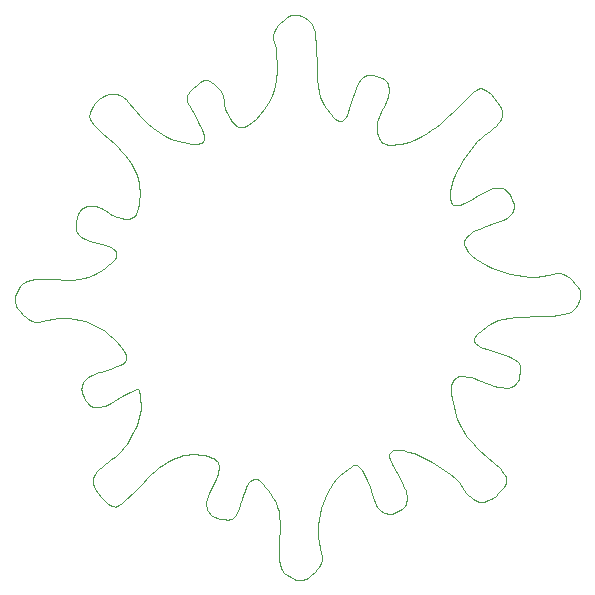
<source format=gbr>
G04 #@! TF.GenerationSoftware,KiCad,Pcbnew,5.1.5*
G04 #@! TF.CreationDate,2020-03-10T18:03:46+01:00*
G04 #@! TF.ProjectId,v,762e6b69-6361-4645-9f70-636258585858,rev?*
G04 #@! TF.SameCoordinates,Original*
G04 #@! TF.FileFunction,Profile,NP*
%FSLAX46Y46*%
G04 Gerber Fmt 4.6, Leading zero omitted, Abs format (unit mm)*
G04 Created by KiCad (PCBNEW 5.1.5) date 2020-03-10 18:03:46*
%MOMM*%
%LPD*%
G04 APERTURE LIST*
%ADD10C,0.100000*%
G04 APERTURE END LIST*
D10*
X112657732Y-125716555D02*
X112456757Y-125548001D01*
X112456757Y-125548001D02*
X112299268Y-125357097D01*
X112299268Y-125357097D02*
X112181469Y-125124639D01*
X112181469Y-125124639D02*
X112099569Y-124831419D01*
X112099569Y-124831419D02*
X112049759Y-124458232D01*
X112049759Y-124458232D02*
X112028259Y-123985872D01*
X112028259Y-123985872D02*
X112031259Y-123395133D01*
X112031259Y-123395133D02*
X112054969Y-122666809D01*
X112054969Y-122666809D02*
X112077579Y-121929902D01*
X112077579Y-121929902D02*
X112076279Y-121316153D01*
X112076279Y-121316153D02*
X112046179Y-120801073D01*
X112046179Y-120801073D02*
X111982399Y-120360177D01*
X111982399Y-120360177D02*
X111880039Y-119968978D01*
X111880039Y-119968978D02*
X111734214Y-119602988D01*
X111734214Y-119602988D02*
X111540034Y-119237722D01*
X111540034Y-119237722D02*
X111292611Y-118848692D01*
X111292611Y-118848692D02*
X111076774Y-118541094D01*
X111076774Y-118541094D02*
X110873089Y-118277730D01*
X110873089Y-118277730D02*
X110680809Y-118058745D01*
X110680809Y-118058745D02*
X110499187Y-117884282D01*
X110499187Y-117884282D02*
X110327478Y-117754488D01*
X110327478Y-117754488D02*
X110164934Y-117669508D01*
X110164934Y-117669508D02*
X110010809Y-117629488D01*
X110010809Y-117629488D02*
X109864356Y-117634588D01*
X109864356Y-117634588D02*
X109724827Y-117684908D01*
X109724827Y-117684908D02*
X109591478Y-117780618D01*
X109591478Y-117780618D02*
X109463560Y-117921867D01*
X109463560Y-117921867D02*
X109340327Y-118108797D01*
X109340327Y-118108797D02*
X109221033Y-118341552D01*
X109221033Y-118341552D02*
X109104931Y-118620276D01*
X109104931Y-118620276D02*
X108991274Y-118945114D01*
X108991274Y-118945114D02*
X108879315Y-119316211D01*
X108879315Y-119316211D02*
X108745003Y-119760440D01*
X108745003Y-119760440D02*
X108612422Y-120132110D01*
X108612422Y-120132110D02*
X108478803Y-120435331D01*
X108478803Y-120435331D02*
X108341378Y-120674209D01*
X108341378Y-120674209D02*
X108197378Y-120852852D01*
X108197378Y-120852852D02*
X108044034Y-120975369D01*
X108044034Y-120975369D02*
X107878577Y-121045869D01*
X107878577Y-121045869D02*
X107698239Y-121068459D01*
X107698239Y-121068459D02*
X107365463Y-121055509D01*
X107365463Y-121055509D02*
X107065059Y-121017049D01*
X107065059Y-121017049D02*
X106797278Y-120953649D01*
X106797278Y-120953649D02*
X106562369Y-120865869D01*
X106562369Y-120865869D02*
X106360583Y-120754276D01*
X106360583Y-120754276D02*
X106192167Y-120619438D01*
X106192167Y-120619438D02*
X106057373Y-120461921D01*
X106057373Y-120461921D02*
X105956450Y-120282294D01*
X105956450Y-120282294D02*
X105889650Y-120081123D01*
X105889650Y-120081123D02*
X105857220Y-119858975D01*
X105857220Y-119858975D02*
X105859420Y-119616416D01*
X105859420Y-119616416D02*
X105896480Y-119354014D01*
X105896480Y-119354014D02*
X105968660Y-119072336D01*
X105968660Y-119072336D02*
X106076206Y-118771948D01*
X106076206Y-118771948D02*
X106219371Y-118453418D01*
X106219371Y-118453418D02*
X106398405Y-118117312D01*
X106398405Y-118117312D02*
X106653534Y-117624529D01*
X106653534Y-117624529D02*
X106748924Y-117399283D01*
X106748924Y-117399283D02*
X106822844Y-117187948D01*
X106822844Y-117187948D02*
X106875264Y-116990383D01*
X106875264Y-116990383D02*
X106906174Y-116806449D01*
X106906174Y-116806449D02*
X106915574Y-116636005D01*
X106915574Y-116636005D02*
X106903384Y-116478910D01*
X106903384Y-116478910D02*
X106869614Y-116335025D01*
X106869614Y-116335025D02*
X106814234Y-116204210D01*
X106814234Y-116204210D02*
X106737234Y-116086325D01*
X106737234Y-116086325D02*
X106638584Y-115981229D01*
X106638584Y-115981229D02*
X106518270Y-115888779D01*
X106518270Y-115888779D02*
X106376268Y-115808839D01*
X106376268Y-115808839D02*
X106212555Y-115741269D01*
X106212555Y-115741269D02*
X106027111Y-115685929D01*
X106027111Y-115685929D02*
X105663577Y-115607479D01*
X105663577Y-115607479D02*
X105306544Y-115556659D01*
X105306544Y-115556659D02*
X104955075Y-115533859D01*
X104955075Y-115533859D02*
X104608235Y-115539459D01*
X104608235Y-115539459D02*
X104265088Y-115573829D01*
X104265088Y-115573829D02*
X103924697Y-115637359D01*
X103924697Y-115637359D02*
X103586128Y-115730439D01*
X103586128Y-115730439D02*
X103248443Y-115853441D01*
X103248443Y-115853441D02*
X102910708Y-116006754D01*
X102910708Y-116006754D02*
X102571986Y-116190759D01*
X102571986Y-116190759D02*
X102231341Y-116405840D01*
X102231341Y-116405840D02*
X101887837Y-116652379D01*
X101887837Y-116652379D02*
X101540539Y-116930761D01*
X101540539Y-116930761D02*
X101188510Y-117241366D01*
X101188510Y-117241366D02*
X100830815Y-117584580D01*
X100830815Y-117584580D02*
X100466518Y-117960783D01*
X100466518Y-117960783D02*
X99704799Y-118737736D01*
X99704799Y-118737736D02*
X99016194Y-119373993D01*
X99016194Y-119373993D02*
X98722951Y-119618843D01*
X98722951Y-119618843D02*
X98476356Y-119803897D01*
X98476356Y-119803897D02*
X98285821Y-119920909D01*
X98285821Y-119920909D02*
X98160892Y-119961750D01*
X98160892Y-119961750D02*
X98025585Y-119945730D01*
X98025585Y-119945730D02*
X97880527Y-119899638D01*
X97880527Y-119899638D02*
X97728267Y-119826432D01*
X97728267Y-119826432D02*
X97571356Y-119729064D01*
X97571356Y-119729064D02*
X97253779Y-119473668D01*
X97253779Y-119473668D02*
X96948196Y-119157091D01*
X96948196Y-119157091D02*
X96675009Y-118802973D01*
X96675009Y-118802973D02*
X96454618Y-118434954D01*
X96454618Y-118434954D02*
X96370596Y-118253121D01*
X96370596Y-118253121D02*
X96307423Y-118076677D01*
X96307423Y-118076677D02*
X96267649Y-117908579D01*
X96267649Y-117908579D02*
X96253824Y-117751781D01*
X96253824Y-117751781D02*
X96277926Y-117580823D01*
X96277926Y-117580823D02*
X96347835Y-117393865D01*
X96347835Y-117393865D02*
X96459954Y-117195334D01*
X96459954Y-117195334D02*
X96610687Y-116989654D01*
X96610687Y-116989654D02*
X96796436Y-116781254D01*
X96796436Y-116781254D02*
X97013605Y-116574558D01*
X97013605Y-116574558D02*
X97258597Y-116373993D01*
X97258597Y-116373993D02*
X97527814Y-116183985D01*
X97527814Y-116183985D02*
X97822330Y-115976406D01*
X97822330Y-115976406D02*
X98106075Y-115746862D01*
X98106075Y-115746862D02*
X98377915Y-115497331D01*
X98377915Y-115497331D02*
X98636713Y-115229792D01*
X98636713Y-115229792D02*
X98881334Y-114946223D01*
X98881334Y-114946223D02*
X99110641Y-114648601D01*
X99110641Y-114648601D02*
X99323500Y-114338906D01*
X99323500Y-114338906D02*
X99518775Y-114019115D01*
X99518775Y-114019115D02*
X99695329Y-113691208D01*
X99695329Y-113691208D02*
X99852028Y-113357162D01*
X99852028Y-113357162D02*
X99987735Y-113018956D01*
X99987735Y-113018956D02*
X100101315Y-112678567D01*
X100101315Y-112678567D02*
X100191635Y-112337975D01*
X100191635Y-112337975D02*
X100257555Y-111999158D01*
X100257555Y-111999158D02*
X100297935Y-111664093D01*
X100297935Y-111664093D02*
X100311645Y-111334760D01*
X100311645Y-111334760D02*
X100289815Y-110817282D01*
X100289815Y-110817282D02*
X100230375Y-110393796D01*
X100230375Y-110393796D02*
X100189385Y-110230951D01*
X100189385Y-110230951D02*
X100142395Y-110107984D01*
X100142395Y-110107984D02*
X100090545Y-110030354D01*
X100090545Y-110030354D02*
X100034965Y-110003524D01*
X100034965Y-110003524D02*
X99949685Y-110021874D01*
X99949685Y-110021874D02*
X99812691Y-110073764D01*
X99812691Y-110073764D02*
X99411998Y-110263655D01*
X99411998Y-110263655D02*
X98889732Y-110544217D01*
X98889732Y-110544217D02*
X98302731Y-110886467D01*
X98302731Y-110886467D02*
X97759373Y-111193508D01*
X97759373Y-111193508D02*
X97289870Y-111408056D01*
X97289870Y-111408056D02*
X97079931Y-111480476D01*
X97079931Y-111480476D02*
X96884996Y-111529576D01*
X96884996Y-111529576D02*
X96703911Y-111555276D01*
X96703911Y-111555276D02*
X96535523Y-111557476D01*
X96535523Y-111557476D02*
X96378679Y-111536186D01*
X96378679Y-111536186D02*
X96232225Y-111491306D01*
X96232225Y-111491306D02*
X96095016Y-111422796D01*
X96095016Y-111422796D02*
X95965882Y-111330519D01*
X95965882Y-111330519D02*
X95843678Y-111214442D01*
X95843678Y-111214442D02*
X95727251Y-111074500D01*
X95727251Y-111074500D02*
X95615447Y-110910623D01*
X95615447Y-110910623D02*
X95507113Y-110722746D01*
X95507113Y-110722746D02*
X95416693Y-110534101D01*
X95416693Y-110534101D02*
X95350625Y-110351756D01*
X95350625Y-110351756D02*
X95308829Y-110175837D01*
X95308829Y-110175837D02*
X95291224Y-110006468D01*
X95291224Y-110006468D02*
X95297724Y-109843773D01*
X95297724Y-109843773D02*
X95328257Y-109687876D01*
X95328257Y-109687876D02*
X95382737Y-109538902D01*
X95382737Y-109538902D02*
X95461083Y-109396975D01*
X95461083Y-109396975D02*
X95563215Y-109262219D01*
X95563215Y-109262219D02*
X95689051Y-109134759D01*
X95689051Y-109134759D02*
X95838510Y-109014719D01*
X95838510Y-109014719D02*
X96011511Y-108902222D01*
X96011511Y-108902222D02*
X96207973Y-108797395D01*
X96207973Y-108797395D02*
X96427815Y-108700355D01*
X96427815Y-108700355D02*
X96670956Y-108611235D01*
X96670956Y-108611235D02*
X96937314Y-108530155D01*
X96937314Y-108530155D02*
X97715679Y-108302468D01*
X97715679Y-108302468D02*
X98307441Y-108094640D01*
X98307441Y-108094640D02*
X98537067Y-107993474D01*
X98537067Y-107993474D02*
X98724507Y-107891635D01*
X98724507Y-107891635D02*
X98871249Y-107787242D01*
X98871249Y-107787242D02*
X98978782Y-107678416D01*
X98978782Y-107678416D02*
X99048592Y-107563277D01*
X99048592Y-107563277D02*
X99082172Y-107439946D01*
X99082172Y-107439946D02*
X99080972Y-107306543D01*
X99080972Y-107306543D02*
X99046593Y-107161200D01*
X99046593Y-107161200D02*
X98980406Y-107002015D01*
X98980406Y-107002015D02*
X98883940Y-106827118D01*
X98883940Y-106827118D02*
X98606123Y-106422676D01*
X98606123Y-106422676D02*
X98306649Y-106053251D01*
X98306649Y-106053251D02*
X97980767Y-105711529D01*
X97980767Y-105711529D02*
X97630765Y-105398255D01*
X97630765Y-105398255D02*
X97258929Y-105114170D01*
X97258929Y-105114170D02*
X96867546Y-104860018D01*
X96867546Y-104860018D02*
X96458901Y-104636541D01*
X96458901Y-104636541D02*
X96035282Y-104444482D01*
X96035282Y-104444482D02*
X95598976Y-104284585D01*
X95598976Y-104284585D02*
X95152268Y-104157592D01*
X95152268Y-104157592D02*
X94697446Y-104064246D01*
X94697446Y-104064246D02*
X94236795Y-104005290D01*
X94236795Y-104005290D02*
X93772602Y-103981467D01*
X93772602Y-103981467D02*
X93307155Y-103993519D01*
X93307155Y-103993519D02*
X92842738Y-104042190D01*
X92842738Y-104042190D02*
X92381640Y-104128223D01*
X92381640Y-104128223D02*
X91926146Y-104252360D01*
X91926146Y-104252360D02*
X91720883Y-104303201D01*
X91720883Y-104303201D02*
X91522098Y-104322648D01*
X91522098Y-104322648D02*
X91328094Y-104310151D01*
X91328094Y-104310151D02*
X91137175Y-104265163D01*
X91137175Y-104265163D02*
X90947643Y-104187135D01*
X90947643Y-104187135D02*
X90757802Y-104075518D01*
X90757802Y-104075518D02*
X90565954Y-103929764D01*
X90565954Y-103929764D02*
X90370404Y-103749324D01*
X90370404Y-103749324D02*
X90075755Y-103429201D01*
X90075755Y-103429201D02*
X89858351Y-103130393D01*
X89858351Y-103130393D02*
X89778359Y-102986391D01*
X89778359Y-102986391D02*
X89717371Y-102844609D01*
X89717371Y-102844609D02*
X89675284Y-102704009D01*
X89675284Y-102704009D02*
X89651995Y-102563556D01*
X89651995Y-102563556D02*
X89647405Y-102422212D01*
X89647405Y-102422212D02*
X89661406Y-102278942D01*
X89661406Y-102278942D02*
X89693897Y-102132708D01*
X89693897Y-102132708D02*
X89744777Y-101982475D01*
X89744777Y-101982475D02*
X89901291Y-101665863D01*
X89901291Y-101665863D02*
X90130127Y-101320814D01*
X90130127Y-101320814D02*
X90298681Y-101119839D01*
X90298681Y-101119839D02*
X90489584Y-100962350D01*
X90489584Y-100962350D02*
X90722043Y-100844551D01*
X90722043Y-100844551D02*
X91015263Y-100762651D01*
X91015263Y-100762651D02*
X91388450Y-100712841D01*
X91388450Y-100712841D02*
X91860810Y-100691341D01*
X91860810Y-100691341D02*
X92451549Y-100694341D01*
X92451549Y-100694341D02*
X93179874Y-100718051D01*
X93179874Y-100718051D02*
X93916780Y-100740661D01*
X93916780Y-100740661D02*
X94530530Y-100739361D01*
X94530530Y-100739361D02*
X95045609Y-100709261D01*
X95045609Y-100709261D02*
X95486506Y-100645471D01*
X95486506Y-100645471D02*
X95877705Y-100543110D01*
X95877705Y-100543110D02*
X96243695Y-100397285D01*
X96243695Y-100397285D02*
X96608962Y-100203104D01*
X96608962Y-100203104D02*
X96997992Y-99955681D01*
X96997992Y-99955681D02*
X97304176Y-99740514D01*
X97304176Y-99740514D02*
X97566909Y-99536643D01*
X97566909Y-99536643D02*
X97786121Y-99343619D01*
X97786121Y-99343619D02*
X97961746Y-99160996D01*
X97961746Y-99160996D02*
X98093716Y-98988325D01*
X98093716Y-98988325D02*
X98181963Y-98825159D01*
X98181963Y-98825159D02*
X98226420Y-98671050D01*
X98226420Y-98671050D02*
X98227019Y-98525550D01*
X98227019Y-98525550D02*
X98183693Y-98388211D01*
X98183693Y-98388211D02*
X98096373Y-98258587D01*
X98096373Y-98258587D02*
X97964991Y-98136240D01*
X97964991Y-98136240D02*
X97789482Y-98020700D01*
X97789482Y-98020700D02*
X97569777Y-97911531D01*
X97569777Y-97911531D02*
X97305808Y-97808284D01*
X97305808Y-97808284D02*
X96997508Y-97710513D01*
X96997508Y-97710513D02*
X96644809Y-97617769D01*
X96644809Y-97617769D02*
X96048660Y-97458012D01*
X96048660Y-97458012D02*
X95581274Y-97290379D01*
X95581274Y-97290379D02*
X95392813Y-97199679D01*
X95392813Y-97199679D02*
X95232878Y-97102289D01*
X95232878Y-97102289D02*
X95100247Y-96996639D01*
X95100247Y-96996639D02*
X94993700Y-96881155D01*
X94993700Y-96881155D02*
X94912013Y-96754265D01*
X94912013Y-96754265D02*
X94853967Y-96614396D01*
X94853967Y-96614396D02*
X94818338Y-96459974D01*
X94818338Y-96459974D02*
X94803906Y-96289428D01*
X94803906Y-96289428D02*
X94809446Y-96101183D01*
X94809446Y-96101183D02*
X94833742Y-95893667D01*
X94833742Y-95893667D02*
X94933707Y-95414530D01*
X94933707Y-95414530D02*
X94994361Y-95227415D01*
X94994361Y-95227415D02*
X95076146Y-95061201D01*
X95076146Y-95061201D02*
X95177505Y-94916103D01*
X95177505Y-94916103D02*
X95296876Y-94792337D01*
X95296876Y-94792337D02*
X95432701Y-94690120D01*
X95432701Y-94690120D02*
X95583420Y-94609670D01*
X95583420Y-94609670D02*
X95747473Y-94551200D01*
X95747473Y-94551200D02*
X95923301Y-94514930D01*
X95923301Y-94514930D02*
X96109344Y-94501070D01*
X96109344Y-94501070D02*
X96304043Y-94509870D01*
X96304043Y-94509870D02*
X96505837Y-94541480D01*
X96505837Y-94541480D02*
X96713168Y-94596150D01*
X96713168Y-94596150D02*
X96924476Y-94674100D01*
X96924476Y-94674100D02*
X97138201Y-94775543D01*
X97138201Y-94775543D02*
X97352784Y-94900696D01*
X97352784Y-94900696D02*
X97566665Y-95049774D01*
X97566665Y-95049774D02*
X97727108Y-95158812D01*
X97727108Y-95158812D02*
X97908876Y-95260997D01*
X97908876Y-95260997D02*
X98311294Y-95435731D01*
X98311294Y-95435731D02*
X98723739Y-95555822D01*
X98723739Y-95555822D02*
X98918040Y-95589702D01*
X98918040Y-95589702D02*
X99096028Y-95603112D01*
X99096028Y-95603112D02*
X99316705Y-95592582D01*
X99316705Y-95592582D02*
X99503165Y-95550612D01*
X99503165Y-95550612D02*
X99659760Y-95472022D01*
X99659760Y-95472022D02*
X99790841Y-95351606D01*
X99790841Y-95351606D02*
X99900757Y-95184169D01*
X99900757Y-95184169D02*
X99993857Y-94964513D01*
X99993857Y-94964513D02*
X100074497Y-94687444D01*
X100074497Y-94687444D02*
X100147027Y-94347763D01*
X100147027Y-94347763D02*
X100203107Y-93979549D01*
X100203107Y-93979549D02*
X100231887Y-93617087D01*
X100231887Y-93617087D02*
X100233087Y-93259829D01*
X100233087Y-93259829D02*
X100206517Y-92907230D01*
X100206517Y-92907230D02*
X100151897Y-92558743D01*
X100151897Y-92558743D02*
X100068977Y-92213821D01*
X100068977Y-92213821D02*
X99957526Y-91871880D01*
X99957526Y-91871880D02*
X99817247Y-91532449D01*
X99817247Y-91532449D02*
X99647916Y-91194943D01*
X99647916Y-91194943D02*
X99449283Y-90858815D01*
X99449283Y-90858815D02*
X99221098Y-90523520D01*
X99221098Y-90523520D02*
X98963112Y-90188511D01*
X98963112Y-90188511D02*
X98675073Y-89853240D01*
X98675073Y-89853240D02*
X98356733Y-89517162D01*
X98356733Y-89517162D02*
X98007840Y-89179729D01*
X98007840Y-89179729D02*
X97628146Y-88840395D01*
X97628146Y-88840395D02*
X97038648Y-88326490D01*
X97038648Y-88326490D02*
X96593094Y-87916182D01*
X96593094Y-87916182D02*
X96277591Y-87584943D01*
X96277591Y-87584943D02*
X96164268Y-87441310D01*
X96164268Y-87441310D02*
X96078250Y-87308247D01*
X96078250Y-87308247D02*
X96017799Y-87182688D01*
X96017799Y-87182688D02*
X95981180Y-87061567D01*
X95981180Y-87061567D02*
X95966655Y-86941818D01*
X95966655Y-86941818D02*
X95972490Y-86820376D01*
X95972490Y-86820376D02*
X95996946Y-86694174D01*
X95996946Y-86694174D02*
X96038289Y-86560147D01*
X96038289Y-86560147D02*
X96164688Y-86256353D01*
X96164688Y-86256353D02*
X96295300Y-86006639D01*
X96295300Y-86006639D02*
X96445999Y-85783410D01*
X96445999Y-85783410D02*
X96614306Y-85587116D01*
X96614306Y-85587116D02*
X96797738Y-85418207D01*
X96797738Y-85418207D02*
X96993818Y-85277133D01*
X96993818Y-85277133D02*
X97200063Y-85164346D01*
X97200063Y-85164346D02*
X97413995Y-85080295D01*
X97413995Y-85080295D02*
X97633133Y-85025432D01*
X97633133Y-85025432D02*
X97854997Y-85000206D01*
X97854997Y-85000206D02*
X98077106Y-85005066D01*
X98077106Y-85005066D02*
X98296981Y-85040466D01*
X98296981Y-85040466D02*
X98512142Y-85106855D01*
X98512142Y-85106855D02*
X98720108Y-85204683D01*
X98720108Y-85204683D02*
X98918399Y-85334401D01*
X98918399Y-85334401D02*
X99104535Y-85496458D01*
X99104535Y-85496458D02*
X99276036Y-85691306D01*
X99276036Y-85691306D02*
X99836621Y-86389716D01*
X99836621Y-86389716D02*
X100365168Y-86988838D01*
X100365168Y-86988838D02*
X100872795Y-87497369D01*
X100872795Y-87497369D02*
X101370618Y-87924010D01*
X101370618Y-87924010D02*
X101619329Y-88109340D01*
X101619329Y-88109340D02*
X101869757Y-88277460D01*
X101869757Y-88277460D02*
X102123293Y-88429456D01*
X102123293Y-88429456D02*
X102381327Y-88566416D01*
X102381327Y-88566416D02*
X102916446Y-88799579D01*
X102916446Y-88799579D02*
X103486231Y-88985647D01*
X103486231Y-88985647D02*
X103905179Y-89095532D01*
X103905179Y-89095532D02*
X104278250Y-89177202D01*
X104278250Y-89177202D02*
X104605940Y-89229982D01*
X104605940Y-89229982D02*
X104888747Y-89253202D01*
X104888747Y-89253202D02*
X105127166Y-89246202D01*
X105127166Y-89246202D02*
X105321696Y-89208262D01*
X105321696Y-89208262D02*
X105472833Y-89138732D01*
X105472833Y-89138732D02*
X105581074Y-89036940D01*
X105581074Y-89036940D02*
X105646914Y-88902209D01*
X105646914Y-88902209D02*
X105670854Y-88733862D01*
X105670854Y-88733862D02*
X105653384Y-88531225D01*
X105653384Y-88531225D02*
X105595014Y-88293623D01*
X105595014Y-88293623D02*
X105496224Y-88020380D01*
X105496224Y-88020380D02*
X105357524Y-87710821D01*
X105357524Y-87710821D02*
X105179409Y-87364257D01*
X105179409Y-87364257D02*
X104962370Y-86980041D01*
X104962370Y-86980041D02*
X104639891Y-86425823D01*
X104639891Y-86425823D02*
X104406679Y-86000215D01*
X104406679Y-86000215D02*
X104259993Y-85674833D01*
X104259993Y-85674833D02*
X104218243Y-85540856D01*
X104218243Y-85540856D02*
X104197093Y-85421291D01*
X104197093Y-85421291D02*
X104196207Y-85312590D01*
X104196207Y-85312590D02*
X104215237Y-85211205D01*
X104215237Y-85211205D02*
X104253847Y-85113587D01*
X104253847Y-85113587D02*
X104311687Y-85016188D01*
X104311687Y-85016188D02*
X104483707Y-84807855D01*
X104483707Y-84807855D02*
X104728554Y-84557821D01*
X104728554Y-84557821D02*
X105045858Y-84267545D01*
X105045858Y-84267545D02*
X105357161Y-84029834D01*
X105357161Y-84029834D02*
X105626695Y-83869219D01*
X105626695Y-83869219D02*
X105734619Y-83825488D01*
X105734619Y-83825488D02*
X105818689Y-83810230D01*
X105818689Y-83810230D02*
X105921096Y-83822637D01*
X105921096Y-83822637D02*
X106032254Y-83858287D01*
X106032254Y-83858287D02*
X106272347Y-83989899D01*
X106272347Y-83989899D02*
X106522013Y-84186226D01*
X106522013Y-84186226D02*
X106764301Y-84428430D01*
X106764301Y-84428430D02*
X106982257Y-84697672D01*
X106982257Y-84697672D02*
X107158930Y-84975114D01*
X107158930Y-84975114D02*
X107277365Y-85241917D01*
X107277365Y-85241917D02*
X107309445Y-85365442D01*
X107309445Y-85365442D02*
X107320615Y-85479242D01*
X107320615Y-85479242D02*
X107330415Y-85668651D01*
X107330415Y-85668651D02*
X107358845Y-85865140D01*
X107358845Y-85865140D02*
X107464930Y-86268703D01*
X107464930Y-86268703D02*
X107625709Y-86668629D01*
X107625709Y-86668629D02*
X107828071Y-87043612D01*
X107828071Y-87043612D02*
X108058899Y-87372350D01*
X108058899Y-87372350D02*
X108180891Y-87512720D01*
X108180891Y-87512720D02*
X108305081Y-87633539D01*
X108305081Y-87633539D02*
X108429832Y-87732145D01*
X108429832Y-87732145D02*
X108553503Y-87805875D01*
X108553503Y-87805875D02*
X108674456Y-87852066D01*
X108674456Y-87852066D02*
X108791051Y-87868055D01*
X108791051Y-87868055D02*
X108923862Y-87854474D01*
X108923862Y-87854474D02*
X109067460Y-87814719D01*
X109067460Y-87814719D02*
X109220336Y-87750270D01*
X109220336Y-87750270D02*
X109380984Y-87662607D01*
X109380984Y-87662607D02*
X109719563Y-87423562D01*
X109719563Y-87423562D02*
X110071139Y-87109429D01*
X110071139Y-87109429D02*
X110423652Y-86732052D01*
X110423652Y-86732052D02*
X110765042Y-86303274D01*
X110765042Y-86303274D02*
X111083250Y-85834940D01*
X111083250Y-85834940D02*
X111366218Y-85338893D01*
X111366218Y-85338893D02*
X111456058Y-85138768D01*
X111456058Y-85138768D02*
X111536828Y-84906366D01*
X111536828Y-84906366D02*
X111608318Y-84645862D01*
X111608318Y-84645862D02*
X111670318Y-84361429D01*
X111670318Y-84361429D02*
X111765048Y-83737476D01*
X111765048Y-83737476D02*
X111819368Y-83067902D01*
X111819368Y-83067902D02*
X111831628Y-82386102D01*
X111831628Y-82386102D02*
X111800188Y-81725469D01*
X111800188Y-81725469D02*
X111723398Y-81119400D01*
X111723398Y-81119400D02*
X111667488Y-80847261D01*
X111667488Y-80847261D02*
X111599628Y-80601287D01*
X111599628Y-80601287D02*
X111546608Y-80391416D01*
X111546608Y-80391416D02*
X111525138Y-80189850D01*
X111525138Y-80189850D02*
X111535898Y-79994422D01*
X111535898Y-79994422D02*
X111579578Y-79802965D01*
X111579578Y-79802965D02*
X111656878Y-79613310D01*
X111656878Y-79613310D02*
X111768473Y-79423291D01*
X111768473Y-79423291D02*
X111915055Y-79230741D01*
X111915055Y-79230741D02*
X112097313Y-79033491D01*
X112097313Y-79033491D02*
X112414619Y-78741549D01*
X112414619Y-78741549D02*
X112711614Y-78525056D01*
X112711614Y-78525056D02*
X112854827Y-78444840D01*
X112854827Y-78444840D02*
X112995759Y-78383170D01*
X112995759Y-78383170D02*
X113135344Y-78339940D01*
X113135344Y-78339940D02*
X113274515Y-78315045D01*
X113274515Y-78315045D02*
X113414204Y-78308379D01*
X113414204Y-78308379D02*
X113555343Y-78319837D01*
X113555343Y-78319837D02*
X113698866Y-78349313D01*
X113698866Y-78349313D02*
X113845705Y-78396701D01*
X113845705Y-78396701D02*
X114153061Y-78544794D01*
X114153061Y-78544794D02*
X114484873Y-78763270D01*
X114484873Y-78763270D02*
X114668382Y-78926427D01*
X114668382Y-78926427D02*
X114817892Y-79132491D01*
X114817892Y-79132491D02*
X114936973Y-79398808D01*
X114936973Y-79398808D02*
X115029193Y-79742724D01*
X115029193Y-79742724D02*
X115098133Y-80181584D01*
X115098133Y-80181584D02*
X115147353Y-80732736D01*
X115147353Y-80732736D02*
X115180433Y-81413526D01*
X115180433Y-81413526D02*
X115200943Y-82241300D01*
X115200943Y-82241300D02*
X115222523Y-83067284D01*
X115222523Y-83067284D02*
X115259303Y-83762883D01*
X115259303Y-83762883D02*
X115315083Y-84346886D01*
X115315083Y-84346886D02*
X115393663Y-84838080D01*
X115393663Y-84838080D02*
X115498845Y-85255255D01*
X115498845Y-85255255D02*
X115634429Y-85617198D01*
X115634429Y-85617198D02*
X115804216Y-85942699D01*
X115804216Y-85942699D02*
X116012007Y-86250545D01*
X116012007Y-86250545D02*
X116421820Y-86766909D01*
X116421820Y-86766909D02*
X116601680Y-86963288D01*
X116601680Y-86963288D02*
X116767015Y-87117719D01*
X116767015Y-87117719D02*
X116919457Y-87229642D01*
X116919457Y-87229642D02*
X117060635Y-87298497D01*
X117060635Y-87298497D02*
X117192179Y-87323724D01*
X117192179Y-87323724D02*
X117315720Y-87304764D01*
X117315720Y-87304764D02*
X117432887Y-87241056D01*
X117432887Y-87241056D02*
X117545312Y-87132041D01*
X117545312Y-87132041D02*
X117654625Y-86977159D01*
X117654625Y-86977159D02*
X117762454Y-86775850D01*
X117762454Y-86775850D02*
X117870432Y-86527553D01*
X117870432Y-86527553D02*
X117980188Y-86231710D01*
X117980188Y-86231710D02*
X118211554Y-85495143D01*
X118211554Y-85495143D02*
X118433511Y-84794647D01*
X118433511Y-84794647D02*
X118543226Y-84503252D01*
X118543226Y-84503252D02*
X118654467Y-84249389D01*
X118654467Y-84249389D02*
X118769010Y-84031778D01*
X118769010Y-84031778D02*
X118888632Y-83849143D01*
X118888632Y-83849143D02*
X119015109Y-83700204D01*
X119015109Y-83700204D02*
X119150218Y-83583685D01*
X119150218Y-83583685D02*
X119295735Y-83498307D01*
X119295735Y-83498307D02*
X119453437Y-83442792D01*
X119453437Y-83442792D02*
X119625100Y-83415862D01*
X119625100Y-83415862D02*
X119812500Y-83416238D01*
X119812500Y-83416238D02*
X120017413Y-83442643D01*
X120017413Y-83442643D02*
X120241617Y-83493800D01*
X120241617Y-83493800D02*
X120755001Y-83665252D01*
X120755001Y-83665252D02*
X120886189Y-83730537D01*
X120886189Y-83730537D02*
X120999956Y-83817797D01*
X120999956Y-83817797D02*
X121096296Y-83925189D01*
X121096296Y-83925189D02*
X121175206Y-84050871D01*
X121175206Y-84050871D02*
X121236686Y-84193000D01*
X121236686Y-84193000D02*
X121280726Y-84349733D01*
X121280726Y-84349733D02*
X121307326Y-84519228D01*
X121307326Y-84519228D02*
X121316526Y-84699641D01*
X121316526Y-84699641D02*
X121308226Y-84889130D01*
X121308226Y-84889130D02*
X121282476Y-85085853D01*
X121282476Y-85085853D02*
X121239266Y-85287966D01*
X121239266Y-85287966D02*
X121178596Y-85493628D01*
X121178596Y-85493628D02*
X121100466Y-85700995D01*
X121100466Y-85700995D02*
X121004866Y-85908224D01*
X121004866Y-85908224D02*
X120891787Y-86113473D01*
X120891787Y-86113473D02*
X120761231Y-86314899D01*
X120761231Y-86314899D02*
X120635920Y-86516561D01*
X120635920Y-86516561D02*
X120531068Y-86731940D01*
X120531068Y-86731940D02*
X120446358Y-86957612D01*
X120446358Y-86957612D02*
X120381478Y-87190152D01*
X120381478Y-87190152D02*
X120336108Y-87426137D01*
X120336108Y-87426137D02*
X120309928Y-87662142D01*
X120309928Y-87662142D02*
X120302628Y-87894743D01*
X120302628Y-87894743D02*
X120313888Y-88120515D01*
X120313888Y-88120515D02*
X120343388Y-88336035D01*
X120343388Y-88336035D02*
X120390818Y-88537877D01*
X120390818Y-88537877D02*
X120455858Y-88722618D01*
X120455858Y-88722618D02*
X120538198Y-88886832D01*
X120538198Y-88886832D02*
X120637518Y-89027097D01*
X120637518Y-89027097D02*
X120753501Y-89139987D01*
X120753501Y-89139987D02*
X120885830Y-89222077D01*
X120885830Y-89222077D02*
X121034190Y-89269947D01*
X121034190Y-89269947D02*
X121344966Y-89311657D01*
X121344966Y-89311657D02*
X121668181Y-89321977D01*
X121668181Y-89321977D02*
X122002439Y-89301587D01*
X122002439Y-89301587D02*
X122346343Y-89251147D01*
X122346343Y-89251147D02*
X122698496Y-89171327D01*
X122698496Y-89171327D02*
X123057502Y-89062799D01*
X123057502Y-89062799D02*
X123421964Y-88926231D01*
X123421964Y-88926231D02*
X123790486Y-88762294D01*
X123790486Y-88762294D02*
X124161670Y-88571655D01*
X124161670Y-88571655D02*
X124534121Y-88354986D01*
X124534121Y-88354986D02*
X124906442Y-88112955D01*
X124906442Y-88112955D02*
X125277235Y-87846232D01*
X125277235Y-87846232D02*
X125645106Y-87555485D01*
X125645106Y-87555485D02*
X126008656Y-87241385D01*
X126008656Y-87241385D02*
X126366490Y-86904601D01*
X126366490Y-86904601D02*
X126717210Y-86545803D01*
X126717210Y-86545803D02*
X127478931Y-85770098D01*
X127478931Y-85770098D02*
X128167536Y-85134864D01*
X128167536Y-85134864D02*
X128460779Y-84890407D01*
X128460779Y-84890407D02*
X128707374Y-84705651D01*
X128707374Y-84705651D02*
X128897864Y-84588788D01*
X128897864Y-84588788D02*
X129022793Y-84548013D01*
X129022793Y-84548013D02*
X129158099Y-84564033D01*
X129158099Y-84564033D02*
X129303157Y-84610124D01*
X129303157Y-84610124D02*
X129455417Y-84683331D01*
X129455417Y-84683331D02*
X129612328Y-84780698D01*
X129612328Y-84780698D02*
X129929905Y-85036094D01*
X129929905Y-85036094D02*
X130235487Y-85352671D01*
X130235487Y-85352671D02*
X130508674Y-85706789D01*
X130508674Y-85706789D02*
X130729065Y-86074806D01*
X130729065Y-86074806D02*
X130813085Y-86256639D01*
X130813085Y-86256639D02*
X130876255Y-86433083D01*
X130876255Y-86433083D02*
X130916025Y-86601180D01*
X130916025Y-86601180D02*
X130929855Y-86757978D01*
X130929855Y-86757978D02*
X130905745Y-86929251D01*
X130905745Y-86929251D02*
X130835765Y-87116237D01*
X130835765Y-87116237D02*
X130723439Y-87314610D01*
X130723439Y-87314610D02*
X130572307Y-87520040D01*
X130572307Y-87520040D02*
X130385899Y-87728200D01*
X130385899Y-87728200D02*
X130167748Y-87934761D01*
X130167748Y-87934761D02*
X129921387Y-88135395D01*
X129921387Y-88135395D02*
X129650348Y-88325774D01*
X129650348Y-88325774D02*
X129377042Y-88523398D01*
X129377042Y-88523398D02*
X129100535Y-88760395D01*
X129100535Y-88760395D02*
X128823702Y-89031999D01*
X128823702Y-89031999D02*
X128549417Y-89333445D01*
X128549417Y-89333445D02*
X128280555Y-89659965D01*
X128280555Y-89659965D02*
X128019991Y-90006795D01*
X128019991Y-90006795D02*
X127770599Y-90369169D01*
X127770599Y-90369169D02*
X127535254Y-90742320D01*
X127535254Y-90742320D02*
X127316830Y-91121481D01*
X127316830Y-91121481D02*
X127118203Y-91501889D01*
X127118203Y-91501889D02*
X126942247Y-91878775D01*
X126942247Y-91878775D02*
X126791837Y-92247375D01*
X126791837Y-92247375D02*
X126669847Y-92602922D01*
X126669847Y-92602922D02*
X126579157Y-92940651D01*
X126579157Y-92940651D02*
X126522627Y-93255795D01*
X126522627Y-93255795D02*
X126503147Y-93543588D01*
X126503147Y-93543588D02*
X126509347Y-93753445D01*
X126509347Y-93753445D02*
X126528747Y-93935791D01*
X126528747Y-93935791D02*
X126562597Y-94090669D01*
X126562597Y-94090669D02*
X126612137Y-94218119D01*
X126612137Y-94218119D02*
X126678597Y-94318184D01*
X126678597Y-94318184D02*
X126763227Y-94390904D01*
X126763227Y-94390904D02*
X126867257Y-94436324D01*
X126867257Y-94436324D02*
X126991927Y-94454484D01*
X126991927Y-94454484D02*
X127138476Y-94445384D01*
X127138476Y-94445384D02*
X127308143Y-94409144D01*
X127308143Y-94409144D02*
X127502165Y-94345764D01*
X127502165Y-94345764D02*
X127721781Y-94255284D01*
X127721781Y-94255284D02*
X128242750Y-93993216D01*
X128242750Y-93993216D02*
X128880956Y-93623265D01*
X128880956Y-93623265D02*
X129424313Y-93316224D01*
X129424313Y-93316224D02*
X129893816Y-93101676D01*
X129893816Y-93101676D02*
X130103754Y-93029256D01*
X130103754Y-93029256D02*
X130298689Y-92980166D01*
X130298689Y-92980166D02*
X130479774Y-92954466D01*
X130479774Y-92954466D02*
X130648162Y-92952266D01*
X130648162Y-92952266D02*
X130805006Y-92973556D01*
X130805006Y-92973556D02*
X130951460Y-93018436D01*
X130951460Y-93018436D02*
X131088677Y-93086986D01*
X131088677Y-93086986D02*
X131217811Y-93179266D01*
X131217811Y-93179266D02*
X131340014Y-93295343D01*
X131340014Y-93295343D02*
X131456441Y-93435285D01*
X131456441Y-93435285D02*
X131568245Y-93599162D01*
X131568245Y-93599162D02*
X131676579Y-93787039D01*
X131676579Y-93787039D02*
X131767309Y-93976335D01*
X131767309Y-93976335D02*
X131833549Y-94159187D01*
X131833549Y-94159187D02*
X131875369Y-94335469D01*
X131875369Y-94335469D02*
X131892859Y-94505056D01*
X131892859Y-94505056D02*
X131886059Y-94667821D01*
X131886059Y-94667821D02*
X131855129Y-94823641D01*
X131855129Y-94823641D02*
X131800119Y-94972389D01*
X131800119Y-94972389D02*
X131721109Y-95113939D01*
X131721109Y-95113939D02*
X131618181Y-95248166D01*
X131618181Y-95248166D02*
X131491417Y-95374945D01*
X131491417Y-95374945D02*
X131340901Y-95494150D01*
X131340901Y-95494150D02*
X131166715Y-95605656D01*
X131166715Y-95605656D02*
X130968943Y-95709336D01*
X130968943Y-95709336D02*
X130747667Y-95805066D01*
X130747667Y-95805066D02*
X130502970Y-95892716D01*
X130502970Y-95892716D02*
X130234934Y-95972166D01*
X130234934Y-95972166D02*
X129521084Y-96188289D01*
X129521084Y-96188289D02*
X128922272Y-96420645D01*
X128922272Y-96420645D02*
X128666465Y-96542506D01*
X128666465Y-96542506D02*
X128439971Y-96667941D01*
X128439971Y-96667941D02*
X128242974Y-96796786D01*
X128242974Y-96796786D02*
X128075657Y-96928882D01*
X128075657Y-96928882D02*
X127938206Y-97064066D01*
X127938206Y-97064066D02*
X127830804Y-97202177D01*
X127830804Y-97202177D02*
X127753634Y-97343052D01*
X127753634Y-97343052D02*
X127706884Y-97486531D01*
X127706884Y-97486531D02*
X127690734Y-97632452D01*
X127690734Y-97632452D02*
X127705374Y-97780652D01*
X127705374Y-97780652D02*
X127750984Y-97930971D01*
X127750984Y-97930971D02*
X127827754Y-98083246D01*
X127827754Y-98083246D02*
X127935324Y-98245753D01*
X127935324Y-98245753D02*
X128059356Y-98404651D01*
X128059356Y-98404651D02*
X128353426Y-98710630D01*
X128353426Y-98710630D02*
X128703206Y-98999197D01*
X128703206Y-98999197D02*
X129101938Y-99268368D01*
X129101938Y-99268368D02*
X129542866Y-99516157D01*
X129542866Y-99516157D02*
X130019233Y-99740577D01*
X130019233Y-99740577D02*
X130524281Y-99939645D01*
X130524281Y-99939645D02*
X131051253Y-100111374D01*
X131051253Y-100111374D02*
X131593393Y-100253780D01*
X131593393Y-100253780D02*
X132143942Y-100364875D01*
X132143942Y-100364875D02*
X132696144Y-100442675D01*
X132696144Y-100442675D02*
X133243242Y-100485195D01*
X133243242Y-100485195D02*
X133778478Y-100490495D01*
X133778478Y-100490495D02*
X134295096Y-100456495D01*
X134295096Y-100456495D02*
X134786337Y-100381265D01*
X134786337Y-100381265D02*
X135245446Y-100262810D01*
X135245446Y-100262810D02*
X135455316Y-100209790D01*
X135455316Y-100209790D02*
X135656882Y-100188320D01*
X135656882Y-100188320D02*
X135852310Y-100199080D01*
X135852310Y-100199080D02*
X136043767Y-100242760D01*
X136043767Y-100242760D02*
X136233422Y-100320050D01*
X136233422Y-100320050D02*
X136423441Y-100431645D01*
X136423441Y-100431645D02*
X136615991Y-100578227D01*
X136615991Y-100578227D02*
X136813240Y-100760484D01*
X136813240Y-100760484D02*
X137105183Y-101077790D01*
X137105183Y-101077790D02*
X137321676Y-101374786D01*
X137321676Y-101374786D02*
X137401896Y-101517998D01*
X137401896Y-101517998D02*
X137463566Y-101658931D01*
X137463566Y-101658931D02*
X137506796Y-101798516D01*
X137506796Y-101798516D02*
X137531696Y-101937687D01*
X137531696Y-101937687D02*
X137538396Y-102077376D01*
X137538396Y-102077376D02*
X137526936Y-102218516D01*
X137526936Y-102218516D02*
X137497466Y-102362038D01*
X137497466Y-102362038D02*
X137450076Y-102508877D01*
X137450076Y-102508877D02*
X137301984Y-102816234D01*
X137301984Y-102816234D02*
X137083508Y-103148046D01*
X137083508Y-103148046D02*
X136920350Y-103331555D01*
X136920350Y-103331555D02*
X136714286Y-103481065D01*
X136714286Y-103481065D02*
X136447969Y-103600145D01*
X136447969Y-103600145D02*
X136104053Y-103692365D01*
X136104053Y-103692365D02*
X135665193Y-103761305D01*
X135665193Y-103761305D02*
X135114040Y-103810525D01*
X135114040Y-103810525D02*
X134433250Y-103843605D01*
X134433250Y-103843605D02*
X133605476Y-103864115D01*
X133605476Y-103864115D02*
X132779492Y-103885695D01*
X132779492Y-103885695D02*
X132083894Y-103922475D01*
X132083894Y-103922475D02*
X131499891Y-103978255D01*
X131499891Y-103978255D02*
X131008697Y-104056835D01*
X131008697Y-104056835D02*
X130591522Y-104162017D01*
X130591522Y-104162017D02*
X130229578Y-104297601D01*
X130229578Y-104297601D02*
X129904076Y-104467388D01*
X129904076Y-104467388D02*
X129596229Y-104675179D01*
X129596229Y-104675179D02*
X129079865Y-105084992D01*
X129079865Y-105084992D02*
X128883486Y-105264852D01*
X128883486Y-105264852D02*
X128729055Y-105430187D01*
X128729055Y-105430187D02*
X128617132Y-105582629D01*
X128617132Y-105582629D02*
X128548282Y-105723806D01*
X128548282Y-105723806D02*
X128523052Y-105855350D01*
X128523052Y-105855350D02*
X128542012Y-105978891D01*
X128542012Y-105978891D02*
X128605722Y-106096059D01*
X128605722Y-106096059D02*
X128714737Y-106208484D01*
X128714737Y-106208484D02*
X128869620Y-106317796D01*
X128869620Y-106317796D02*
X129070930Y-106425626D01*
X129070930Y-106425626D02*
X129319226Y-106533604D01*
X129319226Y-106533604D02*
X129615070Y-106643360D01*
X129615070Y-106643360D02*
X130351637Y-106874726D01*
X130351637Y-106874726D02*
X130923711Y-107048532D01*
X130923711Y-107048532D02*
X131383317Y-107207550D01*
X131383317Y-107207550D02*
X131741537Y-107359359D01*
X131741537Y-107359359D02*
X132009457Y-107511541D01*
X132009457Y-107511541D02*
X132198159Y-107671677D01*
X132198159Y-107671677D02*
X132266269Y-107757097D01*
X132266269Y-107757097D02*
X132318729Y-107847347D01*
X132318729Y-107847347D02*
X132382249Y-108046133D01*
X132382249Y-108046133D02*
X132399799Y-108275616D01*
X132399799Y-108275616D02*
X132387709Y-108603135D01*
X132387709Y-108603135D02*
X132355249Y-108892986D01*
X132355249Y-108892986D02*
X132300809Y-109145606D01*
X132300809Y-109145606D02*
X132222789Y-109361434D01*
X132222789Y-109361434D02*
X132119580Y-109540907D01*
X132119580Y-109540907D02*
X131989580Y-109684463D01*
X131989580Y-109684463D02*
X131831185Y-109792540D01*
X131831185Y-109792540D02*
X131642789Y-109865580D01*
X131642789Y-109865580D02*
X131422790Y-109904010D01*
X131422790Y-109904010D02*
X131169582Y-109908310D01*
X131169582Y-109908310D02*
X130881561Y-109878850D01*
X130881561Y-109878850D02*
X130557125Y-109816100D01*
X130557125Y-109816100D02*
X130194667Y-109720500D01*
X130194667Y-109720500D02*
X129792584Y-109592485D01*
X129792584Y-109592485D02*
X128863127Y-109240966D01*
X128863127Y-109240966D02*
X128535605Y-109116325D01*
X128535605Y-109116325D02*
X128234440Y-109020385D01*
X128234440Y-109020385D02*
X127959394Y-108953315D01*
X127959394Y-108953315D02*
X127710227Y-108915285D01*
X127710227Y-108915285D02*
X127486702Y-108906485D01*
X127486702Y-108906485D02*
X127288579Y-108927025D01*
X127288579Y-108927025D02*
X127115620Y-108977105D01*
X127115620Y-108977105D02*
X126967587Y-109056885D01*
X126967587Y-109056885D02*
X126844240Y-109166532D01*
X126844240Y-109166532D02*
X126745340Y-109306215D01*
X126745340Y-109306215D02*
X126670650Y-109476101D01*
X126670650Y-109476101D02*
X126619930Y-109676356D01*
X126619930Y-109676356D02*
X126592940Y-109907146D01*
X126592940Y-109907146D02*
X126589440Y-110168638D01*
X126589440Y-110168638D02*
X126609200Y-110460999D01*
X126609200Y-110460999D02*
X126651980Y-110784395D01*
X126651980Y-110784395D02*
X126801956Y-111555813D01*
X126801956Y-111555813D02*
X126893606Y-111913222D01*
X126893606Y-111913222D02*
X126997839Y-112254214D01*
X126997839Y-112254214D02*
X127115763Y-112580628D01*
X127115763Y-112580628D02*
X127248483Y-112894301D01*
X127248483Y-112894301D02*
X127397107Y-113197071D01*
X127397107Y-113197071D02*
X127562742Y-113490776D01*
X127562742Y-113490776D02*
X127746494Y-113777255D01*
X127746494Y-113777255D02*
X127949470Y-114058345D01*
X127949470Y-114058345D02*
X128172776Y-114335883D01*
X128172776Y-114335883D02*
X128417521Y-114611709D01*
X128417521Y-114611709D02*
X128684810Y-114887660D01*
X128684810Y-114887660D02*
X128975750Y-115165573D01*
X128975750Y-115165573D02*
X129633011Y-115734640D01*
X129633011Y-115734640D02*
X130249204Y-116260363D01*
X130249204Y-116260363D02*
X130711647Y-116710887D01*
X130711647Y-116710887D02*
X130886906Y-116913643D01*
X130886906Y-116913643D02*
X131025758Y-117104431D01*
X131025758Y-117104431D02*
X131128882Y-117285530D01*
X131128882Y-117285530D02*
X131196952Y-117459217D01*
X131196952Y-117459217D02*
X131230652Y-117627769D01*
X131230652Y-117627769D02*
X131230655Y-117793464D01*
X131230655Y-117793464D02*
X131197635Y-117958580D01*
X131197635Y-117958580D02*
X131132275Y-118125394D01*
X131132275Y-118125394D02*
X131035255Y-118296183D01*
X131035255Y-118296183D02*
X130907244Y-118473226D01*
X130907244Y-118473226D02*
X130748922Y-118658799D01*
X130748922Y-118658799D02*
X130560968Y-118855181D01*
X130560968Y-118855181D02*
X130355969Y-119046429D01*
X130355969Y-119046429D02*
X130153446Y-119207619D01*
X130153446Y-119207619D02*
X129953296Y-119338734D01*
X129953296Y-119338734D02*
X129755418Y-119439754D01*
X129755418Y-119439754D02*
X129559710Y-119510664D01*
X129559710Y-119510664D02*
X129366070Y-119551434D01*
X129366070Y-119551434D02*
X129174396Y-119562054D01*
X129174396Y-119562054D02*
X128984587Y-119542504D01*
X128984587Y-119542504D02*
X128796539Y-119492774D01*
X128796539Y-119492774D02*
X128610152Y-119412834D01*
X128610152Y-119412834D02*
X128425323Y-119302668D01*
X128425323Y-119302668D02*
X128241951Y-119162258D01*
X128241951Y-119162258D02*
X128059933Y-118991585D01*
X128059933Y-118991585D02*
X127879169Y-118790631D01*
X127879169Y-118790631D02*
X127699555Y-118559376D01*
X127699555Y-118559376D02*
X127520990Y-118297803D01*
X127520990Y-118297803D02*
X127389282Y-118108906D01*
X127389282Y-118108906D02*
X127238059Y-117920094D01*
X127238059Y-117920094D02*
X126883292Y-117545406D01*
X126883292Y-117545406D02*
X126469127Y-117179117D01*
X126469127Y-117179117D02*
X126008008Y-116826600D01*
X126008008Y-116826600D02*
X125512374Y-116493232D01*
X125512374Y-116493232D02*
X124994666Y-116184388D01*
X124994666Y-116184388D02*
X124467325Y-115905443D01*
X124467325Y-115905443D02*
X123942792Y-115661773D01*
X123942792Y-115661773D02*
X123433509Y-115458753D01*
X123433509Y-115458753D02*
X122951915Y-115301759D01*
X122951915Y-115301759D02*
X122510452Y-115196166D01*
X122510452Y-115196166D02*
X122121561Y-115147346D01*
X122121561Y-115147346D02*
X121950718Y-115145946D01*
X121950718Y-115145946D02*
X121797683Y-115160716D01*
X121797683Y-115160716D02*
X121664011Y-115192376D01*
X121664011Y-115192376D02*
X121551257Y-115241586D01*
X121551257Y-115241586D02*
X121460977Y-115309016D01*
X121460977Y-115309016D02*
X121394727Y-115395346D01*
X121394727Y-115395346D02*
X121354057Y-115501248D01*
X121354057Y-115501248D02*
X121340527Y-115627391D01*
X121340527Y-115627391D02*
X121359027Y-115749972D01*
X121359027Y-115749972D02*
X121411337Y-115922231D01*
X121411337Y-115922231D02*
X121602779Y-116384141D01*
X121602779Y-116384141D02*
X121885636Y-116949838D01*
X121885636Y-116949838D02*
X122230688Y-117556038D01*
X122230688Y-117556038D02*
X122528925Y-118101130D01*
X122528925Y-118101130D02*
X122641790Y-118353295D01*
X122641790Y-118353295D02*
X122730460Y-118592052D01*
X122730460Y-118592052D02*
X122794930Y-118817535D01*
X122794930Y-118817535D02*
X122835180Y-119029879D01*
X122835180Y-119029879D02*
X122851190Y-119229219D01*
X122851190Y-119229219D02*
X122842990Y-119415688D01*
X122842990Y-119415688D02*
X122810490Y-119589422D01*
X122810490Y-119589422D02*
X122753710Y-119750554D01*
X122753710Y-119750554D02*
X122672630Y-119899219D01*
X122672630Y-119899219D02*
X122567239Y-120035552D01*
X122567239Y-120035552D02*
X122437522Y-120159687D01*
X122437522Y-120159687D02*
X122283463Y-120271758D01*
X122283463Y-120271758D02*
X122105046Y-120371900D01*
X122105046Y-120371900D02*
X121902258Y-120460250D01*
X121902258Y-120460250D02*
X121724254Y-120519350D01*
X121724254Y-120519350D02*
X121552980Y-120557470D01*
X121552980Y-120557470D02*
X121388461Y-120574630D01*
X121388461Y-120574630D02*
X121230718Y-120570830D01*
X121230718Y-120570830D02*
X121079775Y-120546120D01*
X121079775Y-120546120D02*
X120935653Y-120500500D01*
X120935653Y-120500500D02*
X120798377Y-120433980D01*
X120798377Y-120433980D02*
X120667967Y-120346590D01*
X120667967Y-120346590D02*
X120544448Y-120238344D01*
X120544448Y-120238344D02*
X120427842Y-120109258D01*
X120427842Y-120109258D02*
X120318172Y-119959350D01*
X120318172Y-119959350D02*
X120215460Y-119788637D01*
X120215460Y-119788637D02*
X120119730Y-119597138D01*
X120119730Y-119597138D02*
X120031000Y-119384869D01*
X120031000Y-119384869D02*
X119874648Y-118898093D01*
X119874648Y-118898093D02*
X119694833Y-118319358D01*
X119694833Y-118319358D02*
X119475316Y-117746599D01*
X119475316Y-117746599D02*
X119243869Y-117245920D01*
X119243869Y-117245920D02*
X119132351Y-117043268D01*
X119132351Y-117043268D02*
X119028265Y-116883427D01*
X119028265Y-116883427D02*
X118872266Y-116678714D01*
X118872266Y-116678714D02*
X118737393Y-116534632D01*
X118737393Y-116534632D02*
X118608752Y-116452542D01*
X118608752Y-116452542D02*
X118542112Y-116435172D01*
X118542112Y-116435172D02*
X118471452Y-116433772D01*
X118471452Y-116433772D02*
X118310597Y-116479752D01*
X118310597Y-116479752D02*
X118111296Y-116591806D01*
X118111296Y-116591806D02*
X117858654Y-116771296D01*
X117858654Y-116771296D02*
X117537779Y-117019583D01*
X117537779Y-117019583D02*
X117198386Y-117313445D01*
X117198386Y-117313445D02*
X116883883Y-117639922D01*
X116883883Y-117639922D02*
X116595146Y-117995932D01*
X116595146Y-117995932D02*
X116333048Y-118378390D01*
X116333048Y-118378390D02*
X116098464Y-118784213D01*
X116098464Y-118784213D02*
X115892269Y-119210319D01*
X115892269Y-119210319D02*
X115715336Y-119653624D01*
X115715336Y-119653624D02*
X115568541Y-120111044D01*
X115568541Y-120111044D02*
X115452757Y-120579496D01*
X115452757Y-120579496D02*
X115368857Y-121055898D01*
X115368857Y-121055898D02*
X115317717Y-121537165D01*
X115317717Y-121537165D02*
X115300217Y-122020214D01*
X115300217Y-122020214D02*
X115317227Y-122501962D01*
X115317227Y-122501962D02*
X115369617Y-122979327D01*
X115369617Y-122979327D02*
X115458267Y-123449223D01*
X115458267Y-123449223D02*
X115584049Y-123908569D01*
X115584049Y-123908569D02*
X115637069Y-124118440D01*
X115637069Y-124118440D02*
X115658539Y-124320006D01*
X115658539Y-124320006D02*
X115647779Y-124515434D01*
X115647779Y-124515434D02*
X115604089Y-124706891D01*
X115604089Y-124706891D02*
X115526789Y-124896546D01*
X115526789Y-124896546D02*
X115415194Y-125086565D01*
X115415194Y-125086565D02*
X115268614Y-125279115D01*
X115268614Y-125279115D02*
X115086359Y-125476365D01*
X115086359Y-125476365D02*
X114766236Y-125771014D01*
X114766236Y-125771014D02*
X114467428Y-125988418D01*
X114467428Y-125988418D02*
X114323426Y-126068408D01*
X114323426Y-126068408D02*
X114181644Y-126129398D01*
X114181644Y-126129398D02*
X114041044Y-126171488D01*
X114041044Y-126171488D02*
X113900591Y-126194778D01*
X113900591Y-126194778D02*
X113759247Y-126199378D01*
X113759247Y-126199378D02*
X113615977Y-126185378D01*
X113615977Y-126185378D02*
X113469744Y-126152888D01*
X113469744Y-126152888D02*
X113319510Y-126102008D01*
X113319510Y-126102008D02*
X113002899Y-125945494D01*
X113002899Y-125945494D02*
X112657850Y-125716657D01*
X112657850Y-125716657D02*
X112657751Y-125716656D01*
X112657751Y-125716656D02*
X112657732Y-125716555D01*
M02*

</source>
